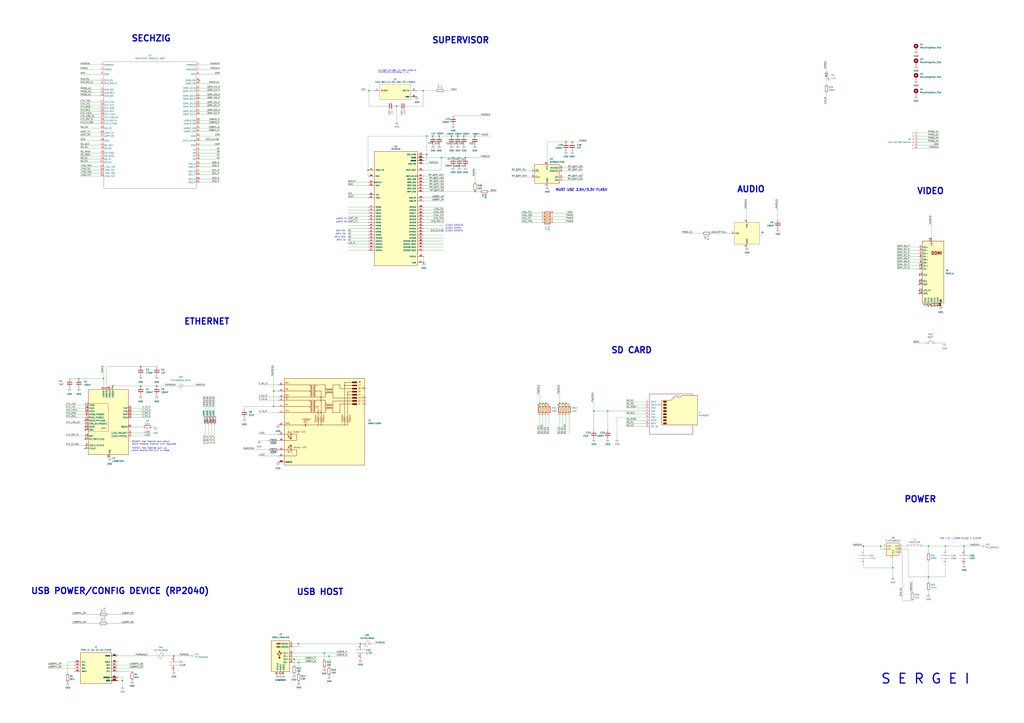
<source format=kicad_sch>
(kicad_sch (version 20231120) (generator "eeschema") (generator_version "8.0")
  (paper "A1")
  (title_block (title "Sergei Motherboard") (date "2024-10-01") (rev "V0") (company "Copyright © 2024 Lone Dynamics Corporation"))
  (junction (at 303.022 74.422))
  (junction (at 347.472 74.422))
  (junction (at 360.68 111.76))
  (junction (at 445.77 331.47))
  (junction (at 115.57 317.246))
  (junction (at 462.28 331.47))
  (junction (at 266.446 536.702))
  (junction (at 499.11 337.82))
  (junction (at 443.23 331.47))
  (junction (at 762.508 448.818))
  (junction (at 115.57 301.244))
  (junction (at 390.144 157.48))
  (junction (at 762.508 251.46))
  (junction (at 224.79 321.31))
  (junction (at 381 111.76))
  (junction (at 765.048 251.46))
  (junction (at 142.748 538.988))
  (junction (at 355.6 111.76))
  (junction (at 375.92 111.76))
  (junction (at 464.82 331.47))
  (junction (at 772.668 251.46))
  (junction (at 372.11 129.54))
  (junction (at 350.52 111.76))
  (junction (at 347.98 215.9))
  (junction (at 469.9 116.586))
  (junction (at 733.298 466.598))
  (junction (at 128.778 317.246))
  (junction (at 464.82 116.586))
  (junction (at 762.508 474.218))
  (junction (at 370.84 111.76))
  (junction (at 459.74 331.47))
  (junction (at 776.478 448.818))
  (junction (at 295.91 529.082))
  (junction (at 382.27 129.54))
  (junction (at 723.138 448.818))
  (junction (at 245.11 529.082))
  (junction (at 64.77 311.15))
  (junction (at 350.52 127))
  (junction (at 770.128 251.46))
  (junction (at 377.19 129.54))
  (junction (at 448.31 331.47))
  (junction (at 85.09 311.15))
  (junction (at 302.26 139.7))
  (junction (at 362.458 129.54))
  (junction (at 270.256 539.242))
  (junction (at 245.364 544.322))
  (junction (at 487.68 337.82))
  (junction (at 767.588 251.46))
  (junction (at 325.882 87.122))
  (junction (at 224.79 334.01))
  (junction (at 241.554 541.782))
  (junction (at 709.168 448.818))
  (junction (at 92.71 317.246))
  (junction (at 100.584 559.308))
  (junction (at 791.718 448.818))
  (junction (at 389.89 111.76))
  (no_connect (at 69.85 350.774))
  (no_connect (at 69.85 353.314))
  (no_connect (at 69.85 345.694))
  (no_connect (at 69.85 368.554))
  (no_connect (at 69.85 360.934))
  (no_connect (at 754.888 241.3))
  (no_connect (at 754.888 238.76))
  (no_connect (at 754.888 233.68))
  (no_connect (at 754.888 231.14))
  (no_connect (at 754.888 226.06))
  (no_connect (at 163.83 66.04))
  (wire (pts (xy 462.28 341.63) (xy 462.28 356.87)))
  (wire (pts (xy 302.26 175.26) (xy 285.75 175.26)))
  (wire (pts (xy 302.26 111.76) (xy 302.26 139.7)))
  (wire (pts (xy 82.55 142.24) (xy 66.04 142.24)))
  (wire (pts (xy 445.77 341.63) (xy 445.77 356.87)))
  (wire (pts (xy 295.91 529.082) (xy 297.688 529.082)))
  (wire (pts (xy 560.07 191.77) (xy 576.58 191.77)))
  (wire (pts (xy 241.554 541.782) (xy 260.604 541.782)))
  (wire (pts (xy 514.35 340.36) (xy 529.59 340.36)))
  (wire (pts (xy 302.26 205.74) (xy 285.75 205.74)))
  (wire (pts (xy 459.74 316.23) (xy 459.74 331.47)))
  (wire (pts (xy 96.52 556.768) (xy 100.584 556.768)))
  (wire (pts (xy 445.77 331.47) (xy 448.31 331.47)))
  (wire (pts (xy 467.36 341.63) (xy 467.36 356.87)))
  (wire (pts (xy 360.68 111.76) (xy 370.84 111.76)))
  (wire (pts (xy 362.458 129.54) (xy 372.11 129.54)))
  (wire (pts (xy 776.478 451.358) (xy 776.478 448.818)))
  (wire (pts (xy 240.538 536.702) (xy 266.446 536.702)))
  (wire (pts (xy 749.3 486.156) (xy 749.3 477.266)))
  (wire (pts (xy 92.71 317.246) (xy 90.17 317.246)))
  (wire (pts (xy 82.55 105.41) (xy 66.04 105.41)))
  (wire (pts (xy 54.102 343.154) (xy 69.85 343.154)))
  (wire (pts (xy 96.52 559.308) (xy 100.584 559.308)))
  (wire (pts (xy 754.38 114.3) (xy 770.89 114.3)))
  (wire (pts (xy 302.26 195.58) (xy 285.75 195.58)))
  (wire (pts (xy 240.538 529.082) (xy 245.11 529.082)))
  (wire (pts (xy 762.508 251.46) (xy 765.048 251.46)))
  (wire (pts (xy 514.35 345.44) (xy 529.59 345.44)))
  (wire (pts (xy 754.38 121.92) (xy 770.89 121.92)))
  (wire (pts (xy 347.98 132.08) (xy 350.52 132.08)))
  (wire (pts (xy 224.79 300.482) (xy 224.79 321.31)))
  (wire (pts (xy 100.584 559.308) (xy 100.584 564.134)))
  (wire (pts (xy 82.55 60.96) (xy 66.04 60.96)))
  (wire (pts (xy 224.79 334.01) (xy 224.79 321.31)))
  (wire (pts (xy 443.23 341.63) (xy 443.23 356.87)))
  (wire (pts (xy 82.55 119.38) (xy 66.04 119.38)))
  (wire (pts (xy 200.66 336.042) (xy 200.66 334.01)))
  (wire (pts (xy 364.49 165.1) (xy 347.98 165.1)))
  (wire (pts (xy 723.138 448.818) (xy 725.678 448.818)))
  (wire (pts (xy 180.34 128.27) (xy 163.83 128.27)))
  (wire (pts (xy 92.71 317.754) (xy 92.71 317.246)))
  (wire (pts (xy 740.918 453.898) (xy 740.918 493.776)))
  (wire (pts (xy 464.82 331.47) (xy 467.36 331.47)))
  (wire (pts (xy 347.472 87.122) (xy 347.472 74.422)))
  (wire (pts (xy 212.598 356.87) (xy 228.346 356.87)))
  (wire (pts (xy 82.55 125.73) (xy 66.04 125.73)))
  (wire (pts (xy 464.82 116.586) (xy 469.9 116.586)))
  (wire (pts (xy 212.598 316.23) (xy 228.346 316.23)))
  (wire (pts (xy 180.34 143.51) (xy 163.83 143.51)))
  (wire (pts (xy 55.626 553.212) (xy 55.626 544.068)))
  (wire (pts (xy 382.27 129.54) (xy 402.59 129.54)))
  (wire (pts (xy 754.38 119.38) (xy 770.89 119.38)))
  (wire (pts (xy 302.26 185.42) (xy 285.75 185.42)))
  (wire (pts (xy 245.364 544.322) (xy 260.604 544.322)))
  (wire (pts (xy 740.918 493.776) (xy 749.3 493.776)))
  (wire (pts (xy 791.718 448.818) (xy 804.418 448.818)))
  (wire (pts (xy 302.26 198.12) (xy 285.75 198.12)))
  (wire (pts (xy 364.49 182.88) (xy 347.98 182.88)))
  (wire (pts (xy 180.34 57.15) (xy 163.83 57.15)))
  (wire (pts (xy 306.832 74.422) (xy 303.022 74.422)))
  (wire (pts (xy 82.55 83.82) (xy 66.04 83.82)))
  (wire (pts (xy 459.74 341.63) (xy 459.74 356.87)))
  (wire (pts (xy 791.718 448.818) (xy 791.718 451.358)))
  (wire (pts (xy 100.584 556.768) (xy 100.584 559.308)))
  (wire (pts (xy 176.276 348.996) (xy 176.276 364.744)))
  (wire (pts (xy 736.6 218.44) (xy 754.888 218.44)))
  (wire (pts (xy 347.98 157.48) (xy 390.144 157.48)))
  (wire (pts (xy 454.66 177.8) (xy 471.17 177.8)))
  (wire (pts (xy 180.34 91.44) (xy 163.83 91.44)))
  (wire (pts (xy 85.09 311.15) (xy 85.09 300.482)))
  (wire (pts (xy 709.168 448.818) (xy 723.138 448.818)))
  (wire (pts (xy 750.062 281.94) (xy 759.206 281.94)))
  (wire (pts (xy 506.73 342.9) (xy 529.59 342.9)))
  (wire (pts (xy 151.13 317.246) (xy 168.402 317.246)))
  (wire (pts (xy 302.26 193.04) (xy 285.75 193.04)))
  (wire (pts (xy 212.598 339.09) (xy 228.346 339.09)))
  (wire (pts (xy 173.736 325.628) (xy 173.736 341.376)))
  (wire (pts (xy 270.256 539.242) (xy 286.512 539.242)))
  (wire (pts (xy 180.34 115.57) (xy 163.83 115.57)))
  (wire (pts (xy 736.6 215.9) (xy 754.888 215.9)))
  (wire (pts (xy 107.95 358.394) (xy 123.698 358.394)))
  (wire (pts (xy 107.95 355.854) (xy 123.698 355.854)))
  (wire (pts (xy 350.52 111.76) (xy 350.52 127)))
  (wire (pts (xy 82.55 99.06) (xy 66.04 99.06)))
  (wire (pts (xy 270.256 539.242) (xy 270.256 547.878)))
  (wire (pts (xy 499.11 353.06) (xy 499.11 337.82)))
  (wire (pts (xy 107.95 338.074) (xy 123.698 338.074)))
  (wire (pts (xy 725.678 451.358) (xy 723.138 451.358)))
  (wire (pts (xy 364.49 154.94) (xy 347.98 154.94)))
  (wire (pts (xy 464.82 341.63) (xy 464.82 356.87)))
  (wire (pts (xy 770.128 251.46) (xy 772.668 251.46)))
  (wire (pts (xy 389.89 137.414) (xy 390.144 137.414)))
  (wire (pts (xy 364.49 177.8) (xy 347.98 177.8)))
  (wire (pts (xy 180.34 99.06) (xy 163.83 99.06)))
  (wire (pts (xy 82.55 88.9) (xy 66.04 88.9)))
  (wire (pts (xy 364.49 193.04) (xy 347.98 193.04)))
  (wire (pts (xy 638.81 163.83) (xy 638.81 180.34)))
  (wire (pts (xy 302.26 149.86) (xy 285.75 149.86)))
  (wire (pts (xy 723.138 451.358) (xy 723.138 448.818)))
  (wire (pts (xy 302.26 172.72) (xy 285.75 172.72)))
  (wire (pts (xy 364.49 198.12) (xy 347.98 198.12)))
  (wire (pts (xy 128.778 317.246) (xy 146.05 317.246)))
  (wire (pts (xy 506.73 342.9) (xy 506.73 360.68)))
  (wire (pts (xy 762.508 478.028) (xy 762.508 474.218)))
  (wire (pts (xy 364.49 162.56) (xy 347.98 162.56)))
  (wire (pts (xy 87.63 301.244) (xy 115.57 301.244)))
  (wire (pts (xy 266.446 536.702) (xy 266.446 541.528)))
  (wire (pts (xy 514.35 332.74) (xy 529.59 332.74)))
  (wire (pts (xy 180.34 85.09) (xy 163.83 85.09)))
  (wire (pts (xy 82.55 144.78) (xy 66.04 144.78)))
  (wire (pts (xy 82.55 109.22) (xy 66.04 109.22)))
  (wire (pts (xy 54.102 332.994) (xy 69.85 332.994)))
  (wire (pts (xy 377.19 129.54) (xy 382.27 129.54)))
  (wire (pts (xy 180.34 134.62) (xy 163.83 134.62)))
  (wire (pts (xy 135.89 538.988) (xy 142.748 538.988)))
  (wire (pts (xy 180.34 68.58) (xy 163.83 68.58)))
  (wire (pts (xy 514.35 347.98) (xy 529.59 347.98)))
  (wire (pts (xy 302.26 200.66) (xy 285.75 200.66)))
  (wire (pts (xy 96.52 538.988) (xy 128.27 538.988)))
  (wire (pts (xy 180.34 93.98) (xy 163.83 93.98)))
  (wire (pts (xy 39.37 546.608) (xy 60.96 546.608)))
  (wire (pts (xy 740.918 451.358) (xy 745.998 451.358)))
  (wire (pts (xy 240.538 541.782) (xy 241.554 541.782)))
  (wire (pts (xy 212.852 361.95) (xy 220.726 361.95)))
  (wire (pts (xy 302.26 162.56) (xy 285.75 162.56)))
  (wire (pts (xy 180.34 107.95) (xy 163.83 107.95)))
  (wire (pts (xy 180.34 147.32) (xy 163.83 147.32)))
  (wire (pts (xy 364.49 205.74) (xy 347.98 205.74)))
  (wire (pts (xy 171.196 325.628) (xy 171.196 341.376)))
  (wire (pts (xy 487.68 337.82) (xy 487.68 353.06)))
  (wire (pts (xy 762.508 488.188) (xy 762.508 485.648)))
  (wire (pts (xy 124.968 350.774) (xy 127.762 350.774)))
  (wire (pts (xy 389.89 111.76) (xy 402.59 111.76)))
  (wire (pts (xy 450.85 341.63) (xy 450.85 356.87)))
  (wire (pts (xy 302.26 139.7) (xy 302.26 144.78)))
  (wire (pts (xy 82.55 91.44) (xy 66.04 91.44)))
  (wire (pts (xy 347.98 127) (xy 350.52 127)))
  (wire (pts (xy 514.35 330.2) (xy 529.59 330.2)))
  (wire (pts (xy 82.55 57.15) (xy 66.04 57.15)))
  (wire (pts (xy 82.55 78.74) (xy 66.04 78.74)))
  (wire (pts (xy 350.52 111.76) (xy 355.6 111.76)))
  (wire (pts (xy 39.37 549.148) (xy 60.96 549.148)))
  (wire (pts (xy 180.34 137.16) (xy 163.83 137.16)))
  (wire (pts (xy 449.326 116.586) (xy 449.326 132.842)))
  (wire (pts (xy 176.276 325.628) (xy 176.276 341.376)))
  (wire (pts (xy 55.626 544.068) (xy 60.96 544.068)))
  (wire (pts (xy 733.298 466.598) (xy 709.168 466.598)))
  (wire (pts (xy 678.688 85.598) (xy 678.688 76.708)))
  (wire (pts (xy 776.478 448.818) (xy 791.718 448.818)))
  (wire (pts (xy 462.28 331.47) (xy 464.82 331.47)))
  (wire (pts (xy 59.436 512.318) (xy 81.026 512.318)))
  (wire (pts (xy 200.66 334.01) (xy 224.79 334.01)))
  (wire (pts (xy 325.882 87.122) (xy 324.612 87.122)))
  (wire (pts (xy 54.102 366.014) (xy 69.85 366.014)))
  (wire (pts (xy 364.49 147.32) (xy 347.98 147.32)))
  (wire (pts (xy 303.022 87.122) (xy 303.022 74.422)))
  (wire (pts (xy 88.646 512.318) (xy 110.236 512.318)))
  (wire (pts (xy 82.55 73.66) (xy 66.04 73.66)))
  (wire (pts (xy 365.252 74.422) (xy 375.412 74.422)))
  (wire (pts (xy 364.49 172.72) (xy 347.98 172.72)))
  (wire (pts (xy 454.66 180.34) (xy 471.17 180.34)))
  (wire (pts (xy 302.26 111.76) (xy 350.52 111.76)))
  (wire (pts (xy 171.196 348.996) (xy 171.196 364.744)))
  (wire (pts (xy 180.34 149.86) (xy 163.83 149.86)))
  (wire (pts (xy 54.102 348.234) (xy 69.85 348.234)))
  (wire (pts (xy 390.144 137.414) (xy 390.144 149.86)))
  (wire (pts (xy 325.882 87.122) (xy 325.882 99.822)))
  (wire (pts (xy 364.49 187.96) (xy 347.98 187.96)))
  (wire (pts (xy 478.536 137.922) (xy 462.026 137.922)))
  (wire (pts (xy 427.99 177.8) (xy 444.5 177.8)))
  (wire (pts (xy 82.55 96.52) (xy 66.04 96.52)))
  (wire (pts (xy 173.736 348.996) (xy 173.736 364.744)))
  (wire (pts (xy 295.402 74.422) (xy 303.022 74.422)))
  (wire (pts (xy 733.298 458.978) (xy 733.298 466.598)))
  (wire (pts (xy 59.436 504.952) (xy 81.026 504.952)))
  (wire (pts (xy 347.472 74.422) (xy 342.392 74.422)))
  (wire (pts (xy 266.446 536.702) (xy 286.512 536.702)))
  (wire (pts (xy 180.34 123.19) (xy 163.83 123.19)))
  (wire (pts (xy 90.17 317.246) (xy 90.17 317.754)))
  (wire (pts (xy 478.536 145.542) (xy 462.026 145.542)))
  (wire (pts (xy 762.508 453.898) (xy 762.508 448.818)))
  (wire (pts (xy 762.508 474.218) (xy 776.478 474.218)))
  (wire (pts (xy 64.77 311.15) (xy 85.09 311.15)))
  (wire (pts (xy 443.23 331.47) (xy 445.77 331.47)))
  (wire (pts (xy 364.49 180.34) (xy 347.98 180.34)))
  (wire (pts (xy 514.35 335.28) (xy 529.59 335.28)))
  (wire (pts (xy 115.57 317.246) (xy 128.778 317.246)))
  (wire (pts (xy 381 111.76) (xy 389.89 111.76)))
  (wire (pts (xy 302.26 152.4) (xy 285.75 152.4)))
  (wire (pts (xy 427.99 182.88) (xy 444.5 182.88)))
  (wire (pts (xy 364.49 200.66) (xy 347.98 200.66)))
  (wire (pts (xy 82.55 137.16) (xy 66.04 137.16)))
  (wire (pts (xy 180.34 53.34) (xy 163.83 53.34)))
  (wire (pts (xy 372.11 95.25) (xy 402.59 95.25)))
  (wire (pts (xy 350.52 127) (xy 350.52 132.08)))
  (wire (pts (xy 709.168 464.058) (xy 709.168 466.598)))
  (wire (pts (xy 478.536 140.462) (xy 462.026 140.462)))
  (wire (pts (xy 302.26 203.2) (xy 285.75 203.2)))
  (wire (pts (xy 82.55 53.34) (xy 66.04 53.34)))
  (wire (pts (xy 54.102 338.074) (xy 69.85 338.074)))
  (wire (pts (xy 212.598 326.39) (xy 228.346 326.39)))
  (wire (pts (xy 107.95 350.774) (xy 117.348 350.774)))
  (wire (pts (xy 142.748 538.988) (xy 154.94 538.988)))
  (wire (pts (xy 765.048 251.46) (xy 767.588 251.46)))
  (wire (pts (xy 454.66 182.88) (xy 471.17 182.88)))
  (wire (pts (xy 487.68 322.58) (xy 487.68 337.82)))
  (wire (pts (xy 364.49 170.18) (xy 347.98 170.18)))
  (wire (pts (xy 754.38 109.22) (xy 770.89 109.22)))
  (wire (pts (xy 82.55 66.04) (xy 66.04 66.04)))
  (wire (pts (xy 762.508 448.818) (xy 776.478 448.818)))
  (wire (pts (xy 180.34 60.96) (xy 163.83 60.96)))
  (wire (pts (xy 765.048 195.58) (xy 765.048 177.292)))
  (wire (pts (xy 759.968 251.46) (xy 762.508 251.46)))
  (wire (pts (xy 364.49 203.2) (xy 347.98 203.2)))
  (wire (pts (xy 443.23 316.23) (xy 443.23 331.47)))
  (wire (pts (xy 327.152 87.122) (xy 325.882 87.122)))
  (wire (pts (xy 736.6 208.28) (xy 754.888 208.28)))
  (wire (pts (xy 302.26 190.5) (xy 285.75 190.5)))
  (wire (pts (xy 302.26 180.34) (xy 285.75 180.34)))
  (wire (pts (xy 762.508 474.218) (xy 745.998 474.218)))
  (wire (pts (xy 168.656 325.628) (xy 168.656 341.376)))
  (wire (pts (xy 347.98 139.7) (xy 362.458 139.7)))
  (wire (pts (xy 107.95 335.534) (xy 123.698 335.534)))
  (wire (pts (xy 436.626 140.462) (xy 420.116 140.462)))
  (wire (pts (xy 302.26 182.88) (xy 285.75 182.88)))
  (wire (pts (xy 454.66 175.26) (xy 471.17 175.26)))
  (wire (pts (xy 168.656 348.996) (xy 168.656 364.744)))
  (wire (pts (xy 427.99 175.26) (xy 444.5 175.26)))
  (wire (pts (xy 449.326 116.586) (xy 464.82 116.586)))
  (wire (pts (xy 427.99 180.34) (xy 444.5 180.34)))
  (wire (pts (xy 240.538 539.242) (xy 270.256 539.242)))
  (wire (pts (xy 364.49 175.26) (xy 347.98 175.26)))
  (wire (pts (xy 407.924 157.48) (xy 401.574 157.48)))
  (wire (pts (xy 370.84 111.76) (xy 375.92 111.76)))
  (wire (pts (xy 228.346 334.01) (xy 224.79 334.01)))
  (wire (pts (xy 57.15 311.15) (xy 64.77 311.15)))
  (wire (pts (xy 82.55 115.57) (xy 66.04 115.57)))
  (wire (pts (xy 82.55 68.58) (xy 66.04 68.58)))
  (wire (pts (xy 754.38 116.84) (xy 770.89 116.84)))
  (wire (pts (xy 107.95 340.614) (xy 123.698 340.614)))
  (wire (pts (xy 245.11 529.082) (xy 295.91 529.082)))
  (wire (pts (xy 364.49 185.42) (xy 347.98 185.42)))
  (wire (pts (xy 180.34 81.28) (xy 163.83 81.28)))
  (wire (pts (xy 775.716 281.94) (xy 769.366 281.94)))
  (wire (pts (xy 436.626 145.542) (xy 420.116 145.542)))
  (wire (pts (xy 767.588 251.46) (xy 770.128 251.46)))
  (wire (pts (xy 448.31 341.63) (xy 448.31 356.87)))
  (wire (pts (xy 240.538 531.622) (xy 245.11 531.622)))
  (wire (pts (xy 364.49 149.86) (xy 347.98 149.86)))
  (wire (pts (xy 305.308 529.082) (xy 316.23 529.082)))
  (wire (pts (xy 736.6 210.82) (xy 754.888 210.82)))
  (wire (pts (xy 85.09 317.754) (xy 85.09 311.15)))
  (wire (pts (xy 372.11 129.54) (xy 377.19 129.54)))
  (wire (pts (xy 245.364 544.322) (xy 245.364 552.958)))
  (wire (pts (xy 88.646 504.952) (xy 110.236 504.952)))
  (wire (pts (xy 240.538 544.322) (xy 245.364 544.322)))
  (wire (pts (xy 302.26 170.18) (xy 285.75 170.18)))
  (wire (pts (xy 82.55 111.76) (xy 66.04 111.76)))
  (wire (pts (xy 54.102 358.394) (xy 69.85 358.394)))
  (wire (pts (xy 459.74 331.47) (xy 462.28 331.47)))
  (wire (pts (xy 96.52 546.608) (xy 118.11 546.608)))
  (wire (pts (xy 96.52 551.688) (xy 108.458 551.688)))
  (wire (pts (xy 180.34 74.93) (xy 163.83 74.93)))
  (wire (pts (xy 736.6 213.36) (xy 754.888 213.36)))
  (wire (pts (xy 613.41 163.83) (xy 613.41 180.34)))
  (wire (pts (xy 736.6 205.74) (xy 754.888 205.74)))
  (wire (pts (xy 82.55 139.7) (xy 66.04 139.7)))
  (wire (pts (xy 499.11 337.82) (xy 529.59 337.82)))
  (wire (pts (xy 355.6 111.76) (xy 360.68 111.76)))
  (wire (pts (xy 180.34 87.63) (xy 163.83 87.63)))
  (wire (pts (xy 245.11 531.622) (xy 245.11 529.082)))
  (wire (pts (xy 347.98 129.54) (xy 362.458 129.54)))
  (wire (pts (xy 82.55 101.6) (xy 66.04 101.6)))
  (wire (pts (xy 87.63 317.754) (xy 87.63 301.244)))
  (wire (pts (xy 364.49 152.4) (xy 347.98 152.4)))
  (wire (pts (xy 478.536 148.082) (xy 462.026 148.082)))
  (wire (pts (xy 228.346 321.31) (xy 224.79 321.31)))
  (wire (pts (xy 180.34 119.38) (xy 163.83 119.38)))
  (wire (pts (xy 347.98 134.62) (xy 360.172 134.62)))
  (wire (pts (xy 180.34 111.76) (xy 163.83 111.76)))
  (wire (pts (xy 736.6 220.98) (xy 754.888 220.98)))
  (wire (pts (xy 362.458 139.7) (xy 362.458 129.54)))
  (wire (pts (xy 115.57 301.244) (xy 128.778 301.244)))
  (wire (pts (xy 212.598 374.65) (xy 228.346 374.65)))
  (wire (pts (xy 241.554 541.782) (xy 241.554 546.608)))
  (wire (pts (xy 180.34 72.39) (xy 163.83 72.39)))
  (wire (pts (xy 499.11 337.82) (xy 487.68 337.82)))
  (wire (pts (xy 709.168 451.358) (xy 709.168 448.818)))
  (wire (pts (xy 82.55 93.98) (xy 66.04 93.98)))
  (wire (pts (xy 584.2 191.77) (xy 600.71 191.77)))
  (wire (pts (xy 180.34 130.81) (xy 163.83 130.81)))
  (wire (pts (xy 762.508 448.818) (xy 757.428 448.818)))
  (wire (pts (xy 736.6 203.2) (xy 754.888 203.2)))
  (wire (pts (xy 302.26 160.02) (xy 285.75 160.02)))
  (wire (pts (xy 448.31 331.47) (xy 450.85 331.47)))
  (wire (pts (xy 745.998 451.358) (xy 745.998 474.218)))
  (wire (pts (xy 82.55 130.81) (xy 66.04 130.81)))
  (wire (pts (xy 678.688 57.658) (xy 678.688 48.768)))
  (wire (pts (xy 364.49 190.5) (xy 347.98 190.5)))
  (wire (pts (xy 733.298 466.598) (xy 733.298 474.218)))
  (wire (pts (xy 776.478 474.218) (xy 776.478 464.058)))
  (wire (pts (xy 700.278 448.818) (xy 709.168 448.818)))
  (wire (pts (xy 364.49 144.78) (xy 347.98 144.78)))
  (wire (pts (xy 82.55 128.27) (xy 66.04 128.27)))
  (wire (pts (xy 762.508 461.518) (xy 762.508 474.218)))
  (wire (pts (xy 82.55 121.92) (xy 66.04 121.92)))
  (wire (pts (xy 180.34 140.97) (xy 163.83 140.97)))
  (wire (pts (xy 92.71 317.246) (xy 115.57 317.246)))
  (wire (pts (xy 199.898 369.57) (xy 220.726 369.57)))
  (wire (pts (xy 740.918 448.818) (xy 744.728 448.818)))
  (wire (pts (xy 754.38 111.76) (xy 770.89 111.76)))
  (wire (pts (xy 180.34 101.6) (xy 163.83 101.6)))
  (wire (pts (xy 316.992 87.122) (xy 303.022 87.122)))
  (wire (pts (xy 107.95 343.154) (xy 123.698 343.154)))
  (wire (pts (xy 375.92 111.76) (xy 381 111.76)))
  (wire (pts (xy 347.472 74.422) (xy 357.632 74.422)))
  (wire (pts (xy 180.34 78.74) (xy 163.83 78.74)))
  (wire (pts (xy 96.52 549.148) (xy 118.11 549.148)))
  (wire (pts (xy 347.98 210.82) (xy 347.98 215.9)))
  (wire (pts (xy 54.102 335.534) (xy 69.85 335.534)))
  (wire (pts (xy 302.26 177.8) (xy 285.75 177.8)))
  (wire (pts (xy 334.772 87.122) (xy 347.472 87.122)))
  (wire (pts (xy 54.102 340.614) (xy 69.85 340.614)))
  (wire (pts (xy 302.26 187.96) (xy 285.75 187.96)))
  (wire (pts (xy 82.55 133.35) (xy 66.04 133.35)))
  (wire (pts (xy 514.35 350.52) (xy 529.59 350.52)))
  (wire (pts (xy 390.144 157.48) (xy 393.954 157.48)))
  (wire (pts (xy 180.34 125.73) (xy 163.83 125.73)))
  (wire (pts (xy 212.598 328.93) (xy 228.346 328.93)))
  (wire (pts (xy 364.49 195.58) (xy 347.98 195.58)))
  (wire (pts (xy 82.55 76.2) (xy 66.04 76.2)))
  (wire (pts (xy 469.9 116.586) (xy 481.33 116.586)))
  (wire (pts (xy 678.688 65.278) (xy 678.688 69.088)))
  (wire (pts (xy 82.55 86.36) (xy 66.04 86.36)))
  (wire (pts (xy 180.34 105.41) (xy 163.83 105.41)))
  (text "CLOCK GPOUT1" (at 365.76 190.5 0) (effects (font (size 1.27 1.27)) (justify left bottom)))
  (text "S E R G E I" (at 723.138 562.61 0) (effects (font (size 8 8) (thickness 1) (bold yes)) (justify left bottom)))
  (text "nINTSEL has internal pull-up,\nwhich selects REF_CLK In mode" (at 108.204 371.094 0) (effects (font (size 1.27 1.27)) (justify left bottom)))
  (text "0.6 * (1 + (200/44.2)) = 3.3149" (at 772.16 443.23 0) (effects (font (size 1.27 1.27)) (justify left bottom)))
  (text "SD CARD" (at 501.65 290.83 0) (effects (font (size 5 5) (thickness 1) (bold yes)) (justify left bottom)))
  (text "SPI1 CS" (at 275.844 193.04 0) (effects (font (size 1.27 1.27)) (justify left bottom)))
  (text "MUST USE 2.5V/3.3V FLASH" (at 456.184 157.226 0) (effects (font (size 2 2) (thickness 0.4) (bold yes)) (justify left bottom)))
  (text "C1=15pF, C2=15pF, CL=12pF, Cstray=5,\n(C1*C2)/(C1+C2)+Cstray == CL" (at 310.7436 60.0456 0) (effects (font (size 0.9906 0.9906)) (justify left bottom)))
  (text "UART1 TX" (at 275.844 180.594 0) (effects (font (size 1.27 1.27)) (justify left bottom)))
  (text "REGOFF has internal pull-down,\nwhich enables internal 1.2V regulator" (at 108.204 365.76 0) (effects (font (size 1.27 1.27)) (justify left bottom)))
  (text "POWER" (at 742.442 413.258 0) (effects (font (size 5 5) (thickness 1) (bold yes)) (justify left bottom)))
  (text "SECHZIG" (at 107.696 34.544 0) (effects (font (size 5 5) (thickness 1) (bold yes)) (justify left bottom)))
  (text "SPI1 RX" (at 275.844 190.5 0) (effects (font (size 1.27 1.27)) (justify left bottom)))
  (text "SPI1 TX" (at 276.352 198.12 0) (effects (font (size 1.27 1.27)) (justify left bottom)))
  (text "VIDEO" (at 752.856 160.02 0) (effects (font (size 5 5) (thickness 1) (bold yes)) (justify left bottom)))
  (text "CLOCK GPIN1" (at 365.76 188.214 0) (effects (font (size 1.27 1.27)) (justify left bottom)))
  (text "USB POWER/CONFIG DEVICE (RP2040)" (at 25.146 488.696 0) (effects (font (size 5 5) (thickness 1) (bold yes)) (justify left bottom)))
  (text "CLOCK GPOUT0" (at 365.76 185.928 0) (effects (font (size 1.27 1.27)) (justify left bottom)))
  (text "SUPERVISOR" (at 354.584 36.068 0) (effects (font (size 5 5) (thickness 1) (bold yes)) (justify left bottom)))
  (text "AUDIO" (at 605.028 158.496 0) (effects (font (size 5 5) (thickness 1) (bold yes)) (justify left bottom)))
  (text "USB HOST" (at 243.332 489.458 0) (effects (font (size 5 5) (thickness 1) (bold yes)) (justify left bottom)))
  (text "SPI1 SCK" (at 274.828 195.58 0) (effects (font (size 1.27 1.27)) (justify left bottom)))
  (text "ETHERNET" (at 150.876 267.208 0) (effects (font (size 5 5) (thickness 1) (bold yes)) (justify left bottom)))
  (text "UART1 RX" (at 275.844 183.134 0) (effects (font (size 1.27 1.27)) (justify left bottom)))
  (label "GND" (at 176.53 60.96 0))
  (label "PWR3V3A" (at 176.276 325.628 270))
  (label "PMOD_A2" (at 770.89 111.76 180))
  (label "PWR3V3A" (at 208.534 369.57 180))
  (label "PWR3V3" (at 770.89 121.92 180))
  (label "USBH1_N" (at 250.698 544.322 0))
  (label "PWR3V3" (at 172.72 57.15 0))
  (label "USBRPC_DP" (at 39.37 546.608 0))
  (label "DDMI_CK_N" (at 736.6 220.98 0))
  (label "UART_TX" (at 285.75 182.88 0))
  (label "PMOD_A3" (at 770.89 114.3 180))
  (label "DDMI_D0_N" (at 170.18 78.74 0))
  (label "DDMI_D0_P" (at 170.18 81.28 0))
  (label "PWR3V3A" (at 173.736 325.628 270))
  (label "SYS_CLK48" (at 353.568 190.5 0))
  (label "JTAG_TDO" (at 355.6 175.26 0))
  (label "PWR3V3" (at 443.23 316.23 270))
  (label "PWR5V0" (at 66.04 53.34 0))
  (label "PMOD_A1" (at 770.89 109.22 180))
  (label "PWR5V0" (at 700.278 448.818 0))
  (label "DDMI_D2_N" (at 736.6 205.74 0))
  (label "ETH_RX1" (at 66.04 91.44 0))
  (label "PWR5V0" (at 172.72 53.34 0))
  (label "USBH1_N" (at 171.45 105.41 0))
  (label "ETH_RST_N" (at 54.102 358.394 0))
  (label "PWR3V3A" (at 171.196 325.628 270))
  (label "SD_MISO" (at 66.04 125.73 0))
  (label "E_RX_P" (at 116.84 340.614 0))
  (label "PWR3V3" (at 487.68 322.58 270))
  (label "LED2" (at 212.598 374.65 0))
  (label "DDMI_D1_N" (at 736.6 210.82 0))
  (label "PMOD_A2" (at 66.04 73.66 0))
  (label "DDMI_D0_P" (at 736.6 213.36 0))
  (label "SD_D1" (at 462.28 356.87 90))
  (label "XOUT" (at 370.332 74.422 0))
  (label "RP_QSPI_SCK" (at 420.116 145.542 0))
  (label "JTAG_TCK" (at 355.6 177.8 0))
  (label "JTAG_TDO" (at 66.04 142.24 0))
  (label "JTAG_TMS" (at 66.04 137.16 0))
  (label "PWRIO" (at 678.688 56.388 90))
  (label "DDMI_D1_P" (at 170.18 87.63 0))
  (label "USBRPC_DN" (at 59.436 512.318 0))
  (label "ETH_TXEN" (at 54.102 338.074 0))
  (label "SD_D2" (at 514.35 330.2 0))
  (label "XC" (at 285.75 190.5 0))
  (label "XA" (at 177.8 123.19 0))
  (label "GND" (at 466.09 175.26 0))
  (label "DS2_P" (at 173.99 149.86 0))
  (label "USBH1_P" (at 250.698 541.782 0))
  (label "LED_R" (at 285.75 200.66 0))
  (label "PWRIO" (at 394.97 111.76 0))
  (label "PWR3V3A" (at 144.272 317.246 180))
  (label "JTAG_TDI" (at 427.99 180.34 0))
  (label "BOOT" (at 402.844 157.48 0))
  (label "JTAG_TMS" (at 427.99 182.88 0))
  (label "PWR3V3" (at 638.81 171.45 90))
  (label "DS1_N" (at 173.99 140.97 0))
  (label "LED_R" (at 678.688 85.598 90))
  (label "USBRP_DN" (at 99.822 512.318 0))
  (label "ETH_TX0" (at 66.04 83.82 0))
  (label "DS0_P" (at 173.99 137.16 0))
  (label "DDMI_D2_P" (at 170.18 93.98 0))
  (label "PWR3V3" (at 613.41 171.45 90))
  (label "PMOD_A4" (at 66.04 78.74 0))
  (label "E_TX_P" (at 212.598 339.09 0))
  (label "UART_RX" (at 285.75 180.34 0))
  (label "AUD_OPTICAL" (at 584.2 191.77 0))
  (label "ETH_RX0" (at 54.102 340.614 0))
  (label "GND" (at 176.53 111.76 0))
  (label "RP_QSPI_SS" (at 353.06 157.48 0))
  (label "PWR3V3A" (at 224.79 309.118 90))
  (label "RP_QSPI_IO2" (at 466.344 145.542 0))
  (label "XIN" (at 296.672 74.422 0))
  (label "SD_SCK" (at 443.23 356.87 90))
  (label "PWRIO" (at 390.144 144.78 90))
  (label "RP_QSPI_IO1" (at 466.344 140.462 0))
  (label "DDMI_D1_P" (at 736.6 208.28 0))
  (label "SD_D1" (at 514.35 347.98 0))
  (label "PWR3V3" (at 352.298 134.62 0))
  (label "E_TX_P" (at 116.84 335.534 0))
  (label "USBRP_DP" (at 354.584 165.1 0))
  (label "PWR3V3" (at 394.97 95.25 0))
  (label "PWR3V3A" (at 168.656 325.628 270))
  (label "UART_TX" (at 66.04 109.22 0))
  (label "SYS_RST_N" (at 354.076 182.88 0))
  (label "ETH_TXEN" (at 66.04 93.98 0))
  (label "DDMI_D0_N" (at 736.6 215.9 0))
  (label "SD_MOSI" (at 514.35 335.28 0))
  (label "SWCLK" (at 285.75 149.86 0))
  (label "SD_CD" (at 66.04 105.41 0))
  (label "USBH0_P" (at 171.45 101.6 0))
  (label "ETH_TX1" (at 66.04 86.36 0))
  (label "DDMI_D2_P" (at 736.6 203.2 0))
  (label "SD_SCK" (at 66.04 119.38 0))
  (label "SD_D2" (at 450.85 356.87 90))
  (label "SD_D1" (at 66.04 130.81 0))
  (label "RP_QSPI_SS" (at 420.116 140.462 0))
  (label "ETH_RX1" (at 54.102 343.154 0))
  (label "XOUT" (at 285.75 162.56 0))
  (label "USBRPC_DP" (at 59.436 504.952 0))
  (label "XB" (at 177.8 125.73 0))
  (label "E_TX_N" (at 116.84 338.074 0))
  (label "JTAG_TCK" (at 66.04 144.78 0))
  (label "DDMI_D2_N" (at 170.18 91.44 0))
  (label "RP_QSPI_IO3" (at 466.344 148.082 0))
  (label "JTAG_TDO" (at 427.99 177.8 0))
  (label "ETH_RST_N" (at 66.04 99.06 0))
  (label "JTAG_TDI" (at 66.04 139.7 0))
  (label "PWR3V3" (at 168.402 317.246 180))
  (label "E_RX_N" (at 212.598 316.23 0))
  (label "USBH0_N" (at 171.45 99.06 0))
  (label "PWRIO" (at 85.09 300.482 270))
  (label "PWRIO" (at 464.82 182.88 0))
  (label "ETH_CLK50" (at 66.04 101.6 0))
  (label "E_RX_P" (at 171.196 357.886 270))
  (label "PWRIO" (at 464.82 180.34 0))
  (label "SD_MISO" (at 464.82 356.87 90))
  (label "XD" (at 177.8 130.81 0))
  (label "GND" (at 770.89 119.38 180))
  (label "SYS_RST_N" (at 66.04 68.58 0))
  (label "USBRP_DN" (at 354.584 162.56 0))
  (label "PWR5V0" (at 308.356 529.082 0))
  (label "PWR3V3" (at 796.798 448.818 0))
  (label "PWR5V0" (at 765.048 184.658 90))
  (label "SD_SS" (at 448.31 356.87 90))
  (label "PWRIO" (at 475.742 116.586 0))
  (label "JTAG_TMS" (at 355.346 180.34 0))
  (label "SWD" (at 285.75 152.4 0))
  (label "DDMI_CK_P" (at 170.18 74.93 0))
  (label "XC" (at 177.8 128.27 0))
  (label "ETH_CLK50" (at 54.102 366.014 0))
  (label "PWR5V0UF" (at 111.252 538.988 0))
  (label "SD_CD" (at 459.74 356.87 90))
  (label "E_RX_P" (at 212.598 326.39 0))
  (label "SD_MOSI" (at 66.04 128.27 0))
  (label "LED2" (at 118.618 358.394 0))
  (label "GND" (at 66.04 115.57 0))
  (label "PWR5V0" (at 147.32 538.988 0))
  (label "SD_SCK" (at 514.35 340.36 0))
  (label "USBRPC_DN" (at 39.37 549.148 0))
  (label "ETH_TX1" (at 54.102 335.534 0))
  (label "SD_MOSI" (at 445.77 356.87 90))
  (label "PMOD_A3" (at 66.04 76.2 0))
  (label "RP_QSPI_SCK" (at 351.79 144.78 0))
  (label "PWRIO" (at 66.04 57.15 0))
  (label "ETH_TX0" (at 54.102 332.994 0))
  (label "LED1" (at 118.618 355.854 0))
  (label "ETH_CRS_DV" (at 54.102 348.234 0))
  (label "SYS_PG" (at 66.04 66.04 0))
  (label "RP_QSPI_IO3" (at 352.552 154.94 0))
  (label "XIN" (at 285.75 160.02 0))
  (label "E_RX_N" (at 168.656 357.886 270))
  (label "DDMI_CK_P" (at 736.6 218.44 0))
  (label "SD_SS" (at 514.35 332.74 0))
  (label "USBRPC_DP" (at 106.426 549.148 0))
  (label "PWR3V3" (at 749.3 486.156 90))
  (label "XD" (at 285.75 193.04 0))
  (label "PMOD_A1" (at 560.07 191.77 0))
  (label "DS0_N" (at 173.99 134.62 0))
  (label "XB" (at 285.75 195.58 0))
  (label "USBH0_P" (at 276.352 536.702 0))
  (label "DDMI_CK_N" (at 170.18 72.39 0))
  (label "SD_CD" (at 514.35 350.52 0))
  (label "ETH_RX0" (at 66.04 88.9 0))
  (label "ETH_CRS_DV" (at 66.04 96.52 0))
  (label "XA" (at 285.75 198.12 0))
  (label "SYS_CLK48" (at 168.91 115.57 0))
  (label "SD_MISO" (at 514.35 345.44 0))
  (label "USBRP_DP" (at 99.822 504.952 0))
  (label "PWR1V1" (at 394.97 129.54 0))
  (label "USBH1_P" (at 171.45 107.95 0))
  (label "E_TX_P" (at 176.276 357.886 270))
  (label "PMOD_A1" (at 171.45 68.58 0))
  (label "PWRIO" (at 464.82 177.8 0))
  (label "RP_QSPI_IO2" (at 352.552 152.4 0))
  (label "DS1_P" (at 173.99 143.51 0))
  (label "E_RX_N" (at 116.84 343.154 0))
  (label "RP_QSPI_IO0" (at 466.344 137.922 0))
  (label "SD_SS" (at 66.04 121.92 0))
  (label "LED1" (at 212.598 356.87 0))
  (label "GND" (at 66.04 60.96 0))
  (label "RP_QSPI_IO0" (at 352.298 147.32 0))
  (label "USBH0_N" (at 276.352 539.242 0))
  (label "BOOT" (at 750.062 281.94 0))
  (label "USBRPC_DN" (at 106.426 546.608 0))
  (label "GND" (at 176.53 119.38 0))
  (label "SYS_PG" (at 740.918 490.22 90))
  (label "DDMI_D1_N" (at 170.18 85.09 0))
  (label "PWR3V3" (at 459.74 316.23 270))
  (label "E_TX_N" (at 212.598 328.93 0))
  (label "DS2_N" (at 173.99 147.32 0))
  (label "PMOD_A4" (at 770.89 116.84 180))
  (label "JTAG_TCK" (at 427.99 175.26 0))
  (label "E_TX_N" (at 173.736 357.886 270))
  (label "RP_QSPI_IO1" (at 352.552 149.86 0))
  (label "UART_RX" (at 66.04 111.76 0))
  (label "SD_D2" (at 66.04 133.35 0))
  (label "JTAG_TDI" (at 356.108 172.72 0))
  (symbol (lib_id "ldx-rescue:MRR_ESPE-rescue_Micro_SD_Card_China-projsym-MRR_ESPA-rescue-microsd") (at 552.45 340.36 0) (unit 1)
    (property "Reference" "J4" (at 573.532 339.1916 0) (effects (justify left)))
    (property "Value" "MICROSD" (at 573.532 341.503 0) (effects (justify left)))
    (property "Footprint" "LD-SDCARD:SDCARD" (effects (hide yes)))
  )
  (symbol (lib_id "power:GND") (at 506.73 360.68 0) (unit 1)
    (property "Reference" "#PWR050" (effects (hide yes)))
    (property "Value" "GND" (at 506.857 365.0742 0))
  )
  (symbol (lib_id "Device:C") (at 499.11 356.87 0) (unit 1)
    (property "Reference" "C33" (at 492.76 355.6 0) (effects (justify left)))
    (property "Value" "100nF" (at 490.22 358.14 0) (effects (justify left)))
    (property "Footprint" "Capacitor_SMD:C_0603_1608Metric" (effects (hide yes)))
  )
  (symbol (lib_id "power:GND") (at 499.11 360.68 0) (unit 1)
    (property "Reference" "#PWR049" (effects (hide yes)))
    (property "Value" "GND" (at 499.237 365.0742 0))
  )
  (symbol (lib_id "pspice:C") (at 709.168 457.708 0) (unit 1)
    (property "Reference" "C34" (at 713.6892 456.5396 0) (effects (justify left)))
    (property "Value" "4.7uF" (at 713.6892 458.851 0) (effects (justify left)))
    (property "Footprint" "Capacitor_SMD:C_0603_1608Metric" (effects (hide yes)))
  )
  (symbol (lib_id "pspice:C") (at 776.478 457.708 0) (unit 1)
    (property "Reference" "C35" (at 780.9992 456.5396 0) (effects (justify left)))
    (property "Value" "10pF" (at 780.9992 458.851 0) (effects (justify left)))
    (property "Footprint" "Capacitor_SMD:C_0603_1608Metric" (effects (hide yes)))
  )
  (symbol (lib_id "power:GND") (at 791.718 464.058 0) (unit 1)
    (property "Reference" "#PWR060" (effects (hide yes)))
    (property "Value" "GND" (at 791.845 468.4522 0))
  )
  (symbol (lib_id "power:GND") (at 762.508 488.188 0) (unit 1)
    (property "Reference" "#PWR052" (effects (hide yes)))
    (property "Value" "GND" (at 762.635 492.5822 0))
  )
  (symbol (lib_id "power:GND") (at 733.298 474.218 0) (unit 1)
    (property "Reference" "#PWR051" (effects (hide yes)))
    (property "Value" "GND" (at 733.425 478.6122 0))
  )
  (symbol (lib_id "Device:Ferrite_Bead") (at 132.08 538.988 270) (unit 1)
    (property "Reference" "FB1" (at 132.08 532.0284 90))
    (property "Value" "Ferrite_Bead" (at 132.08 534.3398 90))
    (property "Footprint" "Resistor_SMD:R_0603_1608Metric" (effects (hide yes)))
  )
  (symbol (lib_id "Device:R") (at 55.626 557.022 0) (unit 1)
    (property "Reference" "R1" (at 57.404 555.8536 0) (effects (justify left)))
    (property "Value" "5K1" (at 57.404 558.165 0) (effects (justify left)))
    (property "Footprint" "Resistor_SMD:R_0603_1608Metric" (effects (hide yes)))
  )
  (symbol (lib_id "Device:R") (at 108.458 555.498 0) (unit 1)
    (property "Reference" "R4" (at 110.236 554.3296 0) (effects (justify left)))
    (property "Value" "5K1" (at 110.236 556.641 0) (effects (justify left)))
    (property "Footprint" "Resistor_SMD:R_0603_1608Metric" (effects (hide yes)))
  )
  (symbol (lib_id "Device:C") (at 487.68 356.87 0) (unit 1)
    (property "Reference" "C32" (at 481.33 355.6 0) (effects (justify left)))
    (property "Value" "10uF" (at 478.79 358.14 0) (effects (justify left)))
    (property "Footprint" "Capacitor_SMD:C_0603_1608Metric" (effects (hide yes)))
  )
  (symbol (lib_id "power:GND") (at 487.68 360.68 0) (unit 1)
    (property "Reference" "#PWR048" (effects (hide yes)))
    (property "Value" "GND" (at 487.807 365.0742 0))
  )
  (symbol (lib_id "Connector:TestPoint") (at 804.418 448.818 270) (unit 1)
    (property "Reference" "TP2" (at 809.1932 447.6496 90) (effects (justify left)))
    (property "Value" "TP_PWR3V3" (at 809.1932 449.961 90) (effects (justify left)))
    (property "Footprint" "TestPoint:TestPoint_THTPad_D1.0mm_Drill0.5mm" (effects (hide yes)))
  )
  (symbol (lib_id "power:GND") (at 108.458 559.308 0) (unit 1)
    (property "Reference" "#PWR08" (effects (hide yes)))
    (property "Value" "GND" (at 108.585 563.7022 0))
  )
  (symbol (lib_id "power:GND") (at 55.626 560.832 0) (unit 1)
    (property "Reference" "#PWR03" (effects (hide yes)))
    (property "Value" "GND" (at 55.753 565.2262 0))
  )
  (symbol (lib_id "power:GND") (at 100.584 564.134 0) (unit 1)
    (property "Reference" "#PWR05" (effects (hide yes)))
    (property "Value" "GND" (at 100.711 568.5282 0))
  )
  (symbol (lib_id "Device:C") (at 330.962 87.122 270) (unit 1)
    (property "Reference" "C12" (at 332.1304 90.043 0) (effects (justify left)))
    (property "Value" "15pF" (at 329.819 90.043 0) (effects (justify left)))
    (property "Footprint" "Capacitor_SMD:C_0603_1608Metric" (effects (hide yes)))
  )
  (symbol (lib_id "Device:C") (at 320.802 87.122 270) (unit 1)
    (property "Reference" "C11" (at 321.9704 90.043 0) (effects (justify left)))
    (property "Value" "15pF" (at 319.659 90.043 0) (effects (justify left)))
    (property "Footprint" "Capacitor_SMD:C_0603_1608Metric" (effects (hide yes)))
  )
  (symbol (lib_id "power:GND") (at 325.882 99.822 0) (unit 1)
    (property "Reference" "#PWR027" (effects (hide yes)))
    (property "Value" "GND" (at 326.009 104.2162 0))
  )
  (symbol (lib_id "ld-crystals:ECS-80-12-33-JGN-TR") (at 324.612 76.962 0) (unit 1)
    (property "Reference" "Y1" (at 324.612 65.151 0))
    (property "Value" "ECS-80-12-33-JGN-TR-12MHZ" (at 324.612 67.4624 0))
    (property "Footprint" "LD-CRYSTALS:XTAL_ECS-240-8-33-AGN-TR" (effects (hide yes)))
    (property "MF" "ECS INC" (effects (hide yes)))
    (property "DESCRIPTION" "The sub miniature ECX-32 is a compact SMD Crystal." (effects (hide yes)))
    (property "MP" "ECX-32" (effects (hide yes)))
    (property "STANDARD" "Manufacturer recommendations" (effects (hide yes)))
    (property "AVAILABILITY" "Good" (effects (hide yes)))
    (property "PACKAGE" "SMD-4 ECX" (effects (hide yes)))
  )
  (symbol (lib_id "power:GND") (at 342.392 79.502 0) (unit 1)
    (property "Reference" "#PWR028" (effects (hide yes)))
    (property "Value" "GND" (at 342.519 83.8962 0))
  )
  (symbol (lib_id "power:GND") (at 232.918 554.482 0) (unit 1)
    (property "Reference" "#PWR021" (effects (hide yes)))
    (property "Value" "GND" (at 233.045 558.8762 0))
  )
  (symbol (lib_id "Device:R") (at 397.764 157.48 270) (unit 1)
    (property "Reference" "R19" (at 398.9324 159.258 0) (effects (justify left)))
    (property "Value" "1K" (at 396.621 159.258 0) (effects (justify left)))
    (property "Footprint" "Resistor_SMD:R_0603_1608Metric" (effects (hide yes)))
  )
  (symbol (lib_id "pspice:C") (at 791.718 457.708 0) (unit 1)
    (property "Reference" "C36" (at 796.2392 456.5396 0) (effects (justify left)))
    (property "Value" "10uF" (at 796.2392 458.851 0) (effects (justify left)))
    (property "Footprint" "Capacitor_SMD:C_0603_1608Metric" (effects (hide yes)))
  )
  (symbol (lib_id "Device:R") (at 762.508 457.708 0) (unit 1)
    (property "Reference" "R51" (at 764.286 456.5396 0) (effects (justify left)))
    (property "Value" "200K" (at 764.286 458.851 0) (effects (justify left)))
    (property "Footprint" "Resistor_SMD:R_0603_1608Metric" (effects (hide yes)))
  )
  (symbol (lib_id "Device:R") (at 762.508 481.838 0) (unit 1)
    (property "Reference" "R52" (at 764.286 480.6696 0) (effects (justify left)))
    (property "Value" "44K2" (at 764.286 482.981 0) (effects (justify left)))
    (property "Footprint" "Resistor_SMD:R_0603_1608Metric" (effects (hide yes)))
  )
  (symbol (lib_id "Regulator_Switching:TLV62568DDC") (at 733.298 451.358 0) (unit 1)
    (property "Reference" "U8" (at 733.298 442.0362 0))
    (property "Value" "TLV62568DDC" (at 733.298 444.3476 0))
    (property "Footprint" "Package_TO_SOT_SMD:SOT-23-6" (effects (hide yes)))
    (property "Datasheet" "http://www.ti.com/lit/ds/symlink/tlv62568.pdf" (effects (hide yes)))
  )
  (symbol (lib_id "pspice:INDUCTOR") (at 751.078 448.818 0) (unit 1)
    (property "Reference" "L1" (at 751.078 443.357 0))
    (property "Value" "INDUCTOR" (at 751.078 445.6684 0))
    (property "Footprint" "Inductor_SMD:L_0805_2012Metric" (effects (hide yes)))
  )
  (symbol (lib_id "power:GND") (at 230.378 554.482 0) (unit 1)
    (property "Reference" "#PWR020" (effects (hide yes)))
    (property "Value" "GND" (at 230.505 558.8762 0))
  )
  (symbol (lib_id "Device:R") (at 678.688 72.898 0) (unit 1)
    (property "Reference" "R39" (at 680.466 71.7296 0) (effects (justify left)))
    (property "Value" "536R" (at 680.466 74.041 0) (effects (justify left)))
    (property "Footprint" "Resistor_SMD:R_0603_1608Metric" (effects (hide yes)))
  )
  (symbol (lib_id "Device:Ferrite_Bead") (at 301.498 529.082 270) (unit 1)
    (property "Reference" "FB3" (at 301.498 522.1224 90))
    (property "Value" "Ferrite_Bead" (at 301.498 524.4338 90))
    (property "Footprint" "Resistor_SMD:R_0603_1608Metric" (effects (hide yes)))
  )
  (symbol (lib_id "Device:R") (at 270.256 551.688 0) (unit 1)
    (property "Reference" "R16" (at 272.034 550.5196 0) (effects (justify left)))
    (property "Value" "15K" (at 272.034 552.831 0) (effects (justify left)))
    (property "Footprint" "Resistor_SMD:R_0603_1608Metric" (effects (hide yes)))
  )
  (symbol (lib_id "Device:FerriteBead_Small") (at 148.59 317.246 90) (unit 1)
    (property "Reference" "FB2" (at 148.5519 309.88 90))
    (property "Value" "FerriteBead_Small" (at 148.5519 312.42 90))
    (property "Footprint" "Resistor_SMD:R_0603_1608Metric" (effects (hide yes)))
  )
  (symbol (lib_id "power:GND") (at 752.348 53.721 0) (unit 1)
    (property "Reference" "#PWR056" (effects (hide yes)))
    (property "Value" "GND" (at 752.348 58.166 0))
  )
  (symbol (lib_id "power:GND") (at 127.762 350.774 0) (unit 1)
    (property "Reference" "#PWR09" (effects (hide yes)))
    (property "Value" "GND" (at 127.762 355.854 0))
  )
  (symbol (lib_id "power:GND") (at 772.668 251.46 0) (unit 1)
    (property "Reference" "#PWR059" (effects (hide yes)))
    (property "Value" "GND" (at 772.668 256.54 0))
  )
  (symbol (lib_id "Device:R") (at 241.554 550.418 0) (unit 1)
    (property "Reference" "R12" (at 243.332 549.2496 0) (effects (justify left)))
    (property "Value" "15K" (at 243.332 551.561 0) (effects (justify left)))
    (property "Footprint" "Resistor_SMD:R_0603_1608Metric" (effects (hide yes)))
  )
  (symbol (lib_id "Device:C") (at 115.57 321.056 0) (unit 1)
    (property "Reference" "C4" (at 119.634 319.7859 0) (effects (justify left)))
    (property "Value" "100nF" (at 119.634 322.3259 0) (effects (justify left)))
    (property "Footprint" "Capacitor_SMD:C_0603_1608Metric" (effects (hide yes)))
  )
  (symbol (lib_id "ld-usbc:TYPE-C-31-M-12-FIXED") (at 78.74 549.148 0) (unit 1)
    (property "Reference" "J1" (at 78.74 531.622 0))
    (property "Value" "TYPE-C-31-M-12-FIXED" (at 78.74 534.162 0))
    (property "Footprint" "LD-CONNECTORS:USB_C_Receptacle_HRO_TYPE-C-31-M-12-BIG-PADS" (effects (hide yes)))
    (property "MAXIMUM_PACKAGE_HEIGHT" "3.31mm" (effects (hide yes)))
    (property "MANUFACTURER" "HRO Electronics" (effects (hide yes)))
    (property "PARTREV" "A" (effects (hide yes)))
    (property "STANDARD" "Manufacturer Recommendations" (effects (hide yes)))
  )
  (symbol (lib_id "power:GND") (at 375.92 119.38 0) (unit 1)
    (property "Reference" "#PWR035" (effects (hide yes)))
    (property "Value" "GND" (at 376.047 123.7742 0))
  )
  (symbol (lib_id "power:GND") (at 372.11 102.87 0) (unit 1)
    (property "Reference" "#PWR0102" (effects (hide yes)))
    (property "Value" "GND" (at 372.237 107.2642 0))
  )
  (symbol (lib_id "Connector:Conn_01x06_Socket") (at 749.3 114.3 0) (mirror y) (unit 1)
    (property "Reference" "J6" (at 748.03 114.2999 0) (effects (justify left)))
    (property "Value" "Conn_01x06_Socket" (at 748.03 116.8399 0) (effects (justify left)))
    (property "Footprint" "Connector_PinSocket_2.54mm:PinSocket_1x06_P2.54mm_Horizontal" (effects (hide yes)))
    (property "Description" "Generic connector, single row, 01x06, script generated" (effects (hide yes)))
  )
  (symbol (lib_id "power:GND") (at 389.89 119.38 0) (unit 1)
    (property "Reference" "#PWR0101" (effects (hide yes)))
    (property "Value" "GND" (at 390.017 123.7742 0))
  )
  (symbol (lib_id "power:GND") (at 212.852 361.95 0) (unit 1)
    (property "Reference" "#PWR015" (effects (hide yes)))
    (property "Value" "GND" (at 212.852 367.03 0))
  )
  (symbol (lib_id "power:GND") (at 381 119.38 0) (unit 1)
    (property "Reference" "#PWR037" (effects (hide yes)))
    (property "Value" "GND" (at 381.127 123.7742 0))
  )
  (symbol (lib_id "Device:C") (at 115.57 305.054 0) (unit 1)
    (property "Reference" "C3" (at 119.634 303.7839 0) (effects (justify left)))
    (property "Value" "470pF" (at 119.634 306.3239 0) (effects (justify left)))
    (property "Footprint" "Capacitor_SMD:C_0603_1608Metric" (effects (hide yes)))
  )
  (symbol (lib_id "power:GND") (at 752.348 78.486 0) (unit 1)
    (property "Reference" "#PWR058" (effects (hide yes)))
    (property "Value" "GND" (at 752.348 82.931 0))
  )
  (symbol (lib_id "power:GND") (at 241.554 554.228 0) (mirror y) (unit 1)
    (property "Reference" "#PWR022" (effects (hide yes)))
    (property "Value" "GND" (at 241.427 558.6222 0))
  )
  (symbol (lib_id "Device:C") (at 377.19 133.35 0) (unit 1)
    (property "Reference" "C19" (at 372.618 130.81 0) (effects (justify left)))
    (property "Value" "100nF" (at 372.364 136.398 0) (effects (justify left)))
    (property "Footprint" "Capacitor_SMD:C_0603_1608Metric" (effects (hide yes)))
  )
  (symbol (lib_id "Device:R_Pack04") (at 464.82 336.55 0) (unit 1)
    (property "Reference" "RN2" (at 469.9 335.2799 0) (effects (justify left)))
    (property "Value" "20K" (at 469.9 337.8199 0) (effects (justify left)))
    (property "Footprint" "Resistor_SMD:R_Array_Convex_4x0402" (effects (hide yes)))
    (property "Description" "4 resistor network, parallel topology" (effects (hide yes)))
  )
  (symbol (lib_id "Connector:TestPoint") (at 154.94 538.988 270) (unit 1)
    (property "Reference" "TP1" (at 159.7152 537.8196 90) (effects (justify left)))
    (property "Value" "TP_PWR5V0" (at 159.7152 540.131 90) (effects (justify left)))
    (property "Footprint" "TestPoint:TestPoint_THTPad_D1.0mm_Drill0.5mm" (effects (hide yes)))
  )
  (symbol (lib_id "Memory_Flash:W25Q32JVSS") (at 449.326 143.002 0) (unit 1)
    (property "Reference" "U5" (at 451.3454 130.556 0) (effects (justify left)))
    (property "Value" "W25Q32JVSS" (at 451.3454 133.096 0) (effects (justify left)))
    (property "Footprint" "Package_SO:SOIC-8_3.9x4.9mm_P1.27mm" (effects (hide yes)))
    (property "Datasheet" "http://www.winbond.com/resource-files/w25q32jv%20revg%2003272018%20plus.pdf" (effects (hide yes)))
  )
  (symbol (lib_id "Device:C") (at 372.11 133.35 0) (unit 1)
    (property "Reference" "C17" (at 367.538 130.81 0) (effects (justify left)))
    (property "Value" "100nF" (at 365.506 136.144 0) (effects (justify left)))
    (property "Footprint" "Capacitor_SMD:C_0603_1608Metric" (effects (hide yes)))
  )
  (symbol (lib_id "Device:C") (at 389.89 115.57 0) (unit 1)
    (property "Reference" "C22" (at 385.318 117.856 0) (effects (justify left)))
    (property "Value" "100nF" (at 387.858 109.982 0) (effects (justify left)))
    (property "Footprint" "Capacitor_SMD:C_0603_1608Metric" (effects (hide yes)))
  )
  (symbol (lib_id "Device:R") (at 84.836 512.318 90) (unit 1)
    (property "Reference" "R3" (at 83.6676 510.54 0) (effects (justify left)))
    (property "Value" "27R" (at 85.979 510.54 0) (effects (justify left)))
    (property "Footprint" "Resistor_SMD:R_0603_1608Metric" (effects (hide yes)))
  )
  (symbol (lib_id "Device:R") (at 121.158 350.774 270) (unit 1)
    (property "Reference" "R5" (at 121.158 345.948 90))
    (property "Value" "12K1" (at 121.158 348.488 90))
    (property "Footprint" "Resistor_SMD:R_0603_1608Metric" (effects (hide yes)))
  )
  (symbol (lib_id "power:GND") (at 227.838 554.482 0) (unit 1)
    (property "Reference" "#PWR019" (effects (hide yes)))
    (property "Value" "GND" (at 227.965 558.8762 0))
  )
  (symbol (lib_id "power:GND") (at 355.6 119.38 0) (unit 1)
    (property "Reference" "#PWR030" (effects (hide yes)))
    (property "Value" "GND" (at 355.727 123.7742 0))
  )
  (symbol (lib_id "power:GND") (at 370.84 119.38 0) (unit 1)
    (property "Reference" "#PWR033" (effects (hide yes)))
    (property "Value" "GND" (at 370.967 123.7742 0))
  )
  (symbol (lib_id "Mechanical:MountingHole_Pad") (at 752.348 39.116 0) (unit 1)
    (property "Reference" "H1" (at 755.523 36.5759 0) (effects (justify left)))
    (property "Value" "MountingHole_Pad" (at 755.523 39.1159 0) (effects (justify left)))
    (property "Footprint" "MountingHole:MountingHole_3.2mm_M3_Pad" (effects (hide yes)))
  )
  (symbol (lib_id "power:GND") (at 115.57 324.866 0) (unit 1)
    (property "Reference" "#PWR07" (effects (hide yes)))
    (property "Value" "GND" (at 115.57 329.946 0))
  )
  (symbol (lib_id "Device:R") (at 224.536 361.95 90) (unit 1)
    (property "Reference" "R10" (at 226.568 361.95 90) (effects (justify left)))
    (property "Value" "536R" (at 227.076 364.236 90) (effects (justify left)))
    (property "Footprint" "Resistor_SMD:R_0603_1608Metric" (effects (hide yes)))
  )
  (symbol (lib_id "power:GND") (at 266.446 549.148 0) (mirror y) (unit 1)
    (property "Reference" "#PWR024" (effects (hide yes)))
    (property "Value" "GND" (at 266.319 553.5422 0))
  )
  (symbol (lib_id "power:GND") (at 464.82 124.206 0) (unit 1)
    (property "Reference" "#PWR043" (effects (hide yes)))
    (property "Value" "GND" (at 464.947 128.6002 0))
  )
  (symbol (lib_id "power:GND") (at 295.91 541.782 0) (unit 1)
    (property "Reference" "#PWR026" (effects (hide yes)))
    (property "Value" "GND" (at 296.037 546.1762 0))
  )
  (symbol (lib_id "Connector:USB_A_Stacked") (at 230.378 539.242 0) (unit 1)
    (property "Reference" "J2" (at 230.378 521.208 0))
    (property "Value" "USB_A_Stacked" (at 230.378 523.748 0))
    (property "Footprint" "Connector_USB:USB_A_Wuerth_61400826021_Horizontal_Stacked" (effects (hide yes)))
    (property "Datasheet" " ~" (effects (hide yes)))
  )
  (symbol (lib_id "power:GND") (at 228.346 379.73 0) (unit 1)
    (property "Reference" "#PWR018" (effects (hide yes)))
    (property "Value" "GND" (at 228.346 384.81 0))
  )
  (symbol (lib_id "power:GND") (at 469.9 124.206 0) (unit 1)
    (property "Reference" "#PWR044" (effects (hide yes)))
    (property "Value" "GND" (at 470.027 128.6002 0))
  )
  (symbol (lib_id "Device:R") (at 84.836 504.952 90) (unit 1)
    (property "Reference" "R2" (at 83.6676 503.174 0) (effects (justify left)))
    (property "Value" "27R" (at 85.979 503.174 0) (effects (justify left)))
    (property "Footprint" "Resistor_SMD:R_0603_1608Metric" (effects (hide yes)))
  )
  (symbol (lib_id "LD-CONNECTORS:ZGY133") (at 613.41 185.42 0) (unit 1)
    (property "Reference" "J5" (at 624.84 191.1349 0) (effects (justify left)))
    (property "Value" "~" (at 624.84 193.04 0) (effects (justify left)))
    (property "Footprint" "LD-CONNECTORS:ZGY133" (effects (hide yes)))
  )
  (symbol (lib_id "Device:C") (at 464.82 120.396 0) (unit 1)
    (property "Reference" "C25" (at 458.47 119.126 0) (effects (justify left)))
    (property "Value" "100nF" (at 455.93 121.666 0) (effects (justify left)))
    (property "Footprint" "Capacitor_SMD:C_0603_1608Metric" (effects (hide yes)))
  )
  (symbol (lib_id "Mechanical:MountingHole_Pad") (at 752.348 75.946 0) (unit 1)
    (property "Reference" "H4" (at 755.523 73.4059 0) (effects (justify left)))
    (property "Value" "MountingHole_Pad" (at 755.523 75.9459 0) (effects (justify left)))
    (property "Footprint" "MountingHole:MountingHole_3.2mm_M3_Pad" (effects (hide yes)))
  )
  (symbol (lib_id "Device:C") (at 200.66 339.852 0) (unit 1)
    (property "Reference" "C8" (at 204.216 338.5819 0) (effects (justify left)))
    (property "Value" "22nF" (at 204.216 341.1219 0) (effects (justify left)))
    (property "Footprint" "Capacitor_SMD:C_0603_1608Metric" (effects (hide yes)))
  )
  (symbol (lib_id "power:GND") (at 613.41 203.2 0) (unit 1)
    (property "Reference" "#PWR06" (effects (hide yes)))
    (property "Value" "GND" (at 613.537 207.5942 0))
  )
  (symbol (lib_id "Device:C") (at 469.9 120.396 0) (unit 1)
    (property "Reference" "C26" (at 473.71 119.126 0) (effects (justify left)))
    (property "Value" "1uF" (at 473.456 121.158 0) (effects (justify left)))
    (property "Footprint" "Capacitor_SMD:C_0603_1608Metric" (effects (hide yes)))
  )
  (symbol (lib_id "Connector:HDMI_A") (at 765.048 223.52 0) (unit 1)
    (property "Reference" "J8" (at 776.478 222.2499 0) (effects (justify left)))
    (property "Value" "DDMI_A" (at 776.478 224.7899 0) (effects (justify left)))
    (property "Footprint" "LD-HDMI:HDMI_TE_1827059-3-FIXED" (effects (hide yes)))
    (property "Datasheet" "https://en.wikipedia.org/wiki/HDMI" (effects (hide yes)))
  )
  (symbol (lib_id "power:GND") (at 638.81 187.96 0) (unit 1)
    (property "Reference" "#PWR04" (effects (hide yes)))
    (property "Value" "GND" (at 638.937 192.3542 0))
  )
  (symbol (lib_id "power:GND") (at 752.348 65.786 0) (unit 1)
    (property "Reference" "#PWR057" (effects (hide yes)))
    (property "Value" "GND" (at 752.348 70.231 0))
  )
  (symbol (lib_id "power:GND") (at 115.57 308.864 0) (unit 1)
    (property "Reference" "#PWR0103" (effects (hide yes)))
    (property "Value" "GND" (at 115.57 313.944 0))
  )
  (symbol (lib_id "Device:R") (at 266.446 545.338 0) (unit 1)
    (property "Reference" "R15" (at 268.224 544.1696 0) (effects (justify left)))
    (property "Value" "15K" (at 268.224 546.481 0) (effects (justify left)))
    (property "Footprint" "Resistor_SMD:R_0603_1608Metric" (effects (hide yes)))
  )
  (symbol (lib_id "power:GND") (at 90.17 376.174 0) (unit 1)
    (property "Reference" "#PWR0104" (effects (hide yes)))
    (property "Value" "GND" (at 90.17 381.254 0))
  )
  (symbol (lib_id "Device:R") (at 361.442 74.422 90) (unit 1)
    (property "Reference" "R17" (at 360.2736 72.644 0) (effects (justify left)))
    (property "Value" "1K" (at 362.585 72.644 0) (effects (justify left)))
    (property "Footprint" "Resistor_SMD:R_0603_1608Metric" (effects (hide yes)))
  )
  (symbol (lib_id "power:GND") (at 347.98 215.9 0) (unit 1)
    (property "Reference" "#PWR029" (effects (hide yes)))
    (property "Value" "GND" (at 348.107 220.2942 0))
  )
  (symbol (lib_id "Device:C") (at 381 115.57 0) (unit 1)
    (property "Reference" "C20" (at 376.682 117.856 0) (effects (justify left)))
    (property "Value" "100nF" (at 379.73 109.982 0) (effects (justify left)))
    (property "Footprint" "Capacitor_SMD:C_0603_1608Metric" (effects (hide yes)))
  )
  (symbol (lib_id "Mechanical:MountingHole_Pad") (at 752.348 51.181 0) (unit 1)
    (property "Reference" "H2" (at 755.523 48.6409 0) (effects (justify left)))
    (property "Value" "MountingHole_Pad" (at 755.523 51.1809 0) (effects (justify left)))
    (property "Footprint" "MountingHole:MountingHole_3.2mm_M3_Pad" (effects (hide yes)))
  )
  (symbol (lib_id "Device:C") (at 372.11 99.06 0) (unit 1)
    (property "Reference" "C15" (at 365.76 97.79 0) (effects (justify left)))
    (property "Value" "100nF" (at 363.22 100.33 0) (effects (justify left)))
    (property "Footprint" "Capacitor_SMD:C_0603_1608Metric" (effects (hide yes)))
  )
  (symbol (lib_id "Device:C") (at 64.77 314.96 0) (unit 1)
    (property "Reference" "C2" (at 68.834 313.6899 0) (effects (justify left)))
    (property "Value" "100nF" (at 68.834 316.2299 0) (effects (justify left)))
    (property "Footprint" "Capacitor_SMD:C_0603_1608Metric" (effects (hide yes)))
  )
  (symbol (lib_id "ld-connectors:HR911105A") (at 266.446 346.71 0) (unit 1)
    (property "Reference" "J3" (at 302.006 345.4399 0) (effects (justify left)))
    (property "Value" "HR911105A" (at 302.006 347.9799 0) (effects (justify left)))
    (property "Footprint" "LD-CONNECTORS:HANRUN_HR911105A" (effects (hide yes)))
    (property "MP" "HR911105A" (effects (hide yes)))
    (property "STANDARD" "Manufacturer Recommendation" (effects (hide yes)))
    (property "PRICE" "None" (effects (hide yes)))
    (property "MF" "HanRun" (effects (hide yes)))
    (property "PACKAGE" "None" (effects (hide yes)))
    (property "PARTREV" "A" (effects (hide yes)))
    (property "AVAILABILITY" "Unavailable" (effects (hide yes)))
    (property "DESCRIPTION" "DIP RJ45 Connector;" (effects (hide yes)))
  )
  (symbol (lib_id "power:GND") (at 377.19 137.16 0) (unit 1)
    (property "Reference" "#PWR036" (effects (hide yes)))
    (property "Value" "GND" (at 377.317 141.5542 0))
  )
  (symbol (lib_id "Device:R") (at 245.364 556.768 0) (unit 1)
    (property "Reference" "R14" (at 247.142 555.5996 0) (effects (justify left)))
    (property "Value" "15K" (at 247.142 557.911 0) (effects (justify left)))
    (property "Footprint" "Resistor_SMD:R_0603_1608Metric" (effects (hide yes)))
  )
  (symbol (lib_id "power:GND") (at 775.716 281.94 0) (unit 1)
    (property "Reference" "#PWR054" (effects (hide yes)))
    (property "Value" "GND" (at 775.843 286.3342 0))
  )
  (symbol (lib_id "power:GND") (at 270.256 555.498 0) (unit 1)
    (property "Reference" "#PWR025" (effects (hide yes)))
    (property "Value" "GND" (at 270.383 559.8922 0))
  )
  (symbol (lib_id "Interface_Ethernet:LAN8720A") (at 90.17 348.234 0) (unit 1)
    (property "Reference" "U1" (at 92.1894 376.428 0) (effects (justify left)))
    (property "Value" "LAN8720A" (at 92.1894 378.968 0) (effects (justify left)))
    (property "Footprint" "Package_DFN_QFN:QFN-24-1EP_4x4mm_P0.5mm_EP2.6x2.6mm_ThermalVias" (effects (hide yes)))
    (property "Datasheet" "http://ww1.microchip.com/downloads/en/DeviceDoc/8720a.pdf" (effects (hide yes)))
  )
  (symbol (lib_id "Device:R") (at 171.196 345.186 0) (unit 1)
    (property "Reference" "R7" (at 171.196 347.218 90) (effects (justify left)))
    (property "Value" "49R9" (at 170.18 342.392 90) (effects (justify left)))
    (property "Footprint" "Resistor_SMD:R_0603_1608Metric" (effects (hide yes)))
  )
  (symbol (lib_id "pspice:C") (at 295.91 535.432 0) (unit 1)
    (property "Reference" "C10" (at 300.4312 534.2636 0) (effects (justify left)))
    (property "Value" "4.7uF" (at 300.4312 536.575 0) (effects (justify left)))
    (property "Footprint" "Capacitor_SMD:C_0603_1608Metric" (effects (hide yes)))
  )
  (symbol (lib_id "pspice:C") (at 142.748 545.338 0) (unit 1)
    (property "Reference" "C7" (at 147.2692 544.1696 0) (effects (justify left)))
    (property "Value" "4.7uF" (at 147.2692 546.481 0) (effects (justify left)))
    (property "Footprint" "Capacitor_SMD:C_0603_1608Metric" (effects (hide yes)))
  )
  (symbol (lib_id "Device:R") (at 224.536 369.57 90) (unit 1)
    (property "Reference" "R11" (at 226.568 369.57 90) (effects (justify left)))
    (property "Value" "536R" (at 227.076 371.856 90) (effects (justify left)))
    (property "Footprint" "Resistor_SMD:R_0603_1608Metric" (effects (hide yes)))
  )
  (symbol (lib_id "power:GND") (at 200.66 343.662 0) (unit 1)
    (property "Reference" "#PWR014" (effects (hide yes)))
    (property "Value" "GND" (at 200.66 348.742 0))
  )
  (symbol (lib_id "power:GND") (at 372.11 137.16 0) (unit 1)
    (property "Reference" "#PWR034" (effects (hide yes)))
    (property "Value" "GND" (at 372.237 141.5542 0))
  )
  (symbol (lib_id "power:GND") (at 382.27 137.16 0) (unit 1)
    (property "Reference" "#PWR038" (effects (hide yes)))
    (property "Value" "GND" (at 382.397 141.5542 0))
  )
  (symbol (lib_id "power:GND") (at 64.77 318.77 0) (unit 1)
    (property "Reference" "#PWR02" (effects (hide yes)))
    (property "Value" "GND" (at 64.77 323.85 0))
  )
  (symbol (lib_id "Device:R") (at 173.736 345.186 0) (unit 1)
    (property "Reference" "R8" (at 173.736 347.218 90) (effects (justify left)))
    (property "Value" "49R9" (at 172.72 342.392 90) (effects (justify left)))
    (property "Footprint" "Resistor_SMD:R_0603_1608Metric" (effects (hide yes)))
  )
  (symbol (lib_id "Device:C") (at 128.778 321.056 0) (unit 1)
    (property "Reference" "C6" (at 132.334 319.7859 0) (effects (justify left)))
    (property "Value" "100nF" (at 132.334 322.3259 0) (effects (justify left)))
    (property "Footprint" "Capacitor_SMD:C_0603_1608Metric" (effects (hide yes)))
  )
  (symbol (lib_id "Device:C") (at 370.84 115.57 0) (unit 1)
    (property "Reference" "C16" (at 366.522 117.856 0) (effects (justify left)))
    (property "Value" "100nF" (at 366.776 109.982 0) (effects (justify left)))
    (property "Footprint" "Capacitor_SMD:C_0603_1608Metric" (effects (hide yes)))
  )
  (symbol (lib_id "Device:C") (at 638.81 184.15 0) (unit 1)
    (property "Reference" "C9" (at 632.46 182.88 0) (effects (justify left)))
    (property "Value" "100nF" (at 629.92 185.42 0) (effects (justify left)))
    (property "Footprint" "Capacitor_SMD:C_0603_1608Metric" (effects (hide yes)))
  )
  (symbol (lib_id "power:GND") (at 752.348 41.656 0) (unit 1)
    (property "Reference" "#PWR055" (effects (hide yes)))
    (property "Value" "GND" (at 752.348 46.101 0))
  )
  (symbol (lib_id "power:GND") (at 228.346 349.25 0) (unit 1)
    (property "Reference" "#PWR017" (effects (hide yes)))
    (property "Value" "GND" (at 228.346 354.33 0))
  )
  (symbol (lib_id "power:GND") (at 142.748 551.688 0) (unit 1)
    (property "Reference" "#PWR012" (effects (hide yes)))
    (property "Value" "GND" (at 142.875 556.0822 0))
  )
  (symbol (lib_id "Device:LED") (at 678.688 61.468 90) (unit 1)
    (property "Reference" "D1" (at 682.752 61.7854 90) (effects (justify right)))
    (property "Value" "LED" (at 682.752 64.3254 90) (effects (justify right)))
    (property "Footprint" "LED_SMD:LED_1206_3216Metric" (effects (hide yes)))
  )
  (symbol (lib_id "Mechanical:MountingHole_Pad") (at 752.348 63.246 0) (unit 1)
    (property "Reference" "H3" (at 755.523 60.7059 0) (effects (justify left)))
    (property "Value" "MountingHole_Pad" (at 755.523 63.2459 0) (effects (justify left)))
    (property "Footprint" "MountingHole:MountingHole_3.2mm_M3_Pad" (effects (hide yes)))
  )
  (symbol (lib_id "Device:R") (at 390.144 153.67 0) (unit 1)
    (property "Reference" "R18" (at 391.922 152.5016 0) (effects (justify left)))
    (property "Value" "10K" (at 391.922 154.813 0) (effects (justify left)))
    (property "Footprint" "Resistor_SMD:R_0603_1608Metric" (effects (hide yes)))
  )
  (symbol (lib_id "power:GND") (at 57.15 318.77 0) (unit 1)
    (property "Reference" "#PWR01" (effects (hide yes)))
    (property "Value" "GND" (at 57.15 323.85 0))
  )
  (symbol (lib_id "rp2040:RP2040") (at 325.12 172.72 0) (unit 1)
    (property "Reference" "U4" (at 325.12 120.2182 0))
    (property "Value" "RP2040" (at 325.12 122.5296 0))
    (property "Footprint" "LD-MCUS:RP2040-QFN-56-OFFICIAL" (effects (hide yes)))
    (property "MANUFACTURER" "Raspberry Pi" (effects (hide yes)))
    (property "STANDARD" "IPC 7351B" (effects (hide yes)))
    (property "PARTREV" "1.6.1" (effects (hide yes)))
    (property "MAXIMUM_PACKAGE_HEIGHT" "0.9 mm" (effects (hide yes)))
  )
  (symbol (lib_id "Device:R_Pack04") (at 448.31 336.55 0) (unit 1)
    (property "Reference" "RN1" (at 453.39 335.2799 0) (effects (justify left)))
    (property "Value" "20K" (at 453.39 337.8199 0) (effects (justify left)))
    (property "Footprint" "Resistor_SMD:R_Array_Convex_4x0402" (effects (hide yes)))
    (property "Description" "4 resistor network, parallel topology" (effects (hide yes)))
  )
  (symbol (lib_id "Device:R") (at 176.276 345.186 0) (unit 1)
    (property "Reference" "R9" (at 176.276 347.218 90) (effects (justify left)))
    (property "Value" "49R9" (at 175.26 342.392 90) (effects (justify left)))
    (property "Footprint" "Resistor_SMD:R_0603_1608Metric" (effects (hide yes)))
  )
  (symbol (lib_id "Device:R") (at 749.3 489.966 0) (unit 1)
    (property "Reference" "R50" (at 751.078 488.7976 0) (effects (justify left)))
    (property "Value" "1K5" (at 751.078 491.109 0) (effects (justify left)))
    (property "Footprint" "Resistor_SMD:R_0603_1608Metric" (effects (hide yes)))
  )
  (symbol (lib_id "Device:C") (at 128.778 305.054 0) (unit 1)
    (property "Reference" "C5" (at 132.334 303.7839 0) (effects (justify left)))
    (property "Value" "1uF" (at 132.334 306.3239 0) (effects (justify left)))
    (property "Footprint" "Capacitor_SMD:C_0603_1608Metric" (effects (hide yes)))
  )
  (symbol (lib_id "Device:C") (at 355.6 115.57 0) (unit 1)
    (property "Reference" "C13" (at 351.536 117.602 0) (effects (justify left)))
    (property "Value" "1uF" (at 354.076 109.728 0) (effects (justify left)))
    (property "Footprint" "Capacitor_SMD:C_0603_1608Metric" (effects (hide yes)))
  )
  (symbol (lib_id "Device:C") (at 382.27 133.35 0) (unit 1)
    (property "Reference" "C21" (at 378.206 131.064 0) (effects (justify left)))
    (property "Value" "1uF" (at 378.714 136.144 0) (effects (justify left)))
    (property "Footprint" "Capacitor_SMD:C_0603_1608Metric" (effects (hide yes)))
  )
  (symbol (lib_id "power:GND") (at 128.778 308.864 0) (unit 1)
    (property "Reference" "#PWR010" (effects (hide yes)))
    (property "Value" "GND" (at 128.778 313.944 0))
  )
  (symbol (lib_id "power:GND") (at 360.68 119.38 0) (unit 1)
    (property "Reference" "#PWR031" (effects (hide yes)))
    (property "Value" "GND" (at 360.807 123.7742 0))
  )
  (symbol (lib_id "Device:C") (at 360.68 115.57 0) (unit 1)
    (property "Reference" "C14" (at 356.87 117.856 0) (effects (justify left)))
    (property "Value" "100nF" (at 358.394 109.728 0) (effects (justify left)))
    (property "Footprint" "Capacitor_SMD:C_0603_1608Metric" (effects (hide yes)))
  )
  (symbol (lib_id "Device:R") (at 168.656 345.186 0) (unit 1)
    (property "Reference" "R6" (at 168.656 347.218 90) (effects (justify left)))
    (property "Value" "49R9" (at 167.386 342.392 90) (effects (justify left)))
    (property "Footprint" "Resistor_SMD:R_0603_1608Metric" (effects (hide yes)))
  )
  (symbol (lib_id "LD-MODULES:MACHDYNE-SECHZIG-GRIDFIXED") (at 123.19 104.14 0) (unit 1)
    (property "Reference" "U2" (at 123.19 45.466 0))
    (property "Value" "MACHDYNE-MODULE-60P" (at 123.19 48.006 0))
    (property "Footprint" "LD-EDGE:MACHDYNE_EDGE_SOCKET_60P" (effects (hide yes)))
  )
  (symbol (lib_id "power:GND") (at 245.364 560.578 0) (unit 1)
    (property "Reference" "#PWR023" (effects (hide yes)))
    (property "Value" "GND" (at 245.491 564.9722 0))
  )
  (symbol (lib_id "Device:R_Pack04") (at 449.58 180.34 270) (unit 1)
    (property "Reference" "RN3" (at 450.8501 185.42 0) (effects (justify left)))
    (property "Value" "4K7" (at 448.3101 185.42 0) (effects (justify left)))
    (property "Footprint" "Resistor_SMD:R_Array_Convex_4x0402" (effects (hide yes)))
    (property "Description" "4 resistor network, parallel topology" (effects (hide yes)))
  )
  (symbol (lib_id "Device:R") (at 580.39 191.77 270) (unit 1)
    (property "Reference" "R13" (at 581.5584 193.548 0) (effects (justify left)))
    (property "Value" "0R" (at 579.247 193.548 0) (effects (justify left)))
    (property "Footprint" "Resistor_SMD:R_0603_1608Metric" (effects (hide yes)))
  )
  (symbol (lib_id "Device:C") (at 57.15 314.96 0) (unit 1)
    (property "Reference" "C1" (at 48.514 313.182 0) (effects (justify left)))
    (property "Value" "1uF" (at 48.514 315.722 0) (effects (justify left)))
    (property "Footprint" "Capacitor_SMD:C_0603_1608Metric" (effects (hide yes)))
  )
  (symbol (lib_id "power:GND") (at 128.778 324.866 0) (unit 1)
    (property "Reference" "#PWR011" (effects (hide yes)))
    (property "Value" "GND" (at 128.778 329.946 0))
  )
  (symbol (lib_id "Switch:SW_Push") (at 764.286 281.94 0) (unit 1)
    (property "Reference" "SW2" (at 764.286 274.701 0))
    (property "Value" "BOOT" (at 764.286 277.0124 0))
    (property "Footprint" "Button_Switch_THT:SW_Tactile_SPST_Angled_PTS645Vx39-2LFS" (effects (hide yes)))
  )
  (symbol (lib_id "power:GND") (at 449.326 153.162 0) (unit 1)
    (property "Reference" "#PWR042" (effects (hide yes)))
    (property "Value" "GND" (at 449.453 157.5562 0))
  )
  (symbol (lib_id "Device:C") (at 375.92 115.57 0) (unit 1)
    (property "Reference" "C18" (at 371.602 117.856 0) (effects (justify left)))
    (property "Value" "100nF" (at 373.38 109.982 0) (effects (justify left)))
    (property "Footprint" "Capacitor_SMD:C_0603_1608Metric" (effects (hide yes)))
  )
)
</source>
